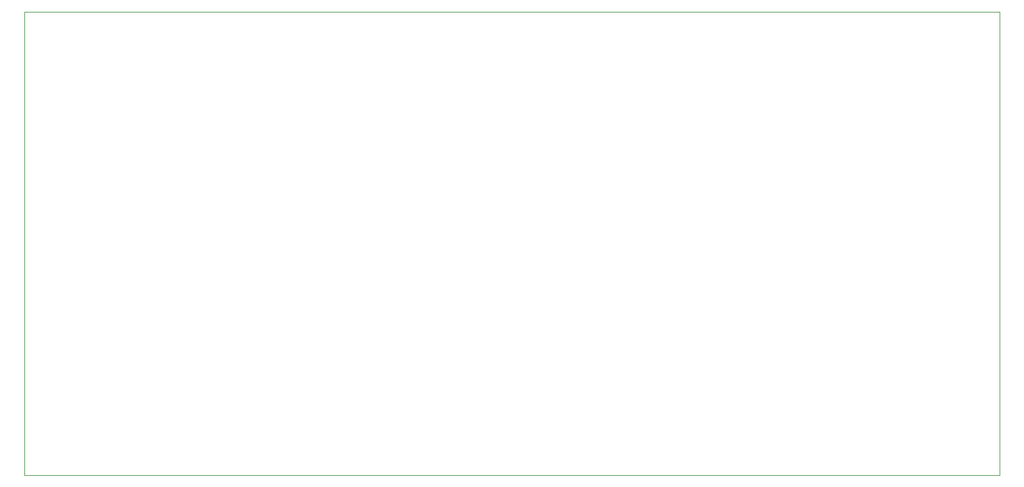
<source format=gbr>
G04 #@! TF.GenerationSoftware,KiCad,Pcbnew,(5.1.4)-1*
G04 #@! TF.CreationDate,2019-12-24T11:40:01+01:00*
G04 #@! TF.ProjectId,Dator,4461746f-722e-46b6-9963-61645f706362,rev?*
G04 #@! TF.SameCoordinates,Original*
G04 #@! TF.FileFunction,Profile,NP*
%FSLAX46Y46*%
G04 Gerber Fmt 4.6, Leading zero omitted, Abs format (unit mm)*
G04 Created by KiCad (PCBNEW (5.1.4)-1) date 2019-12-24 11:40:01*
%MOMM*%
%LPD*%
G04 APERTURE LIST*
%ADD10C,0.050000*%
G04 APERTURE END LIST*
D10*
X220980000Y-128905000D02*
X220980000Y-66040000D01*
X88900000Y-128905000D02*
X220980000Y-128905000D01*
X88900000Y-66040000D02*
X88900000Y-128905000D01*
X220980000Y-66040000D02*
X88900000Y-66040000D01*
M02*

</source>
